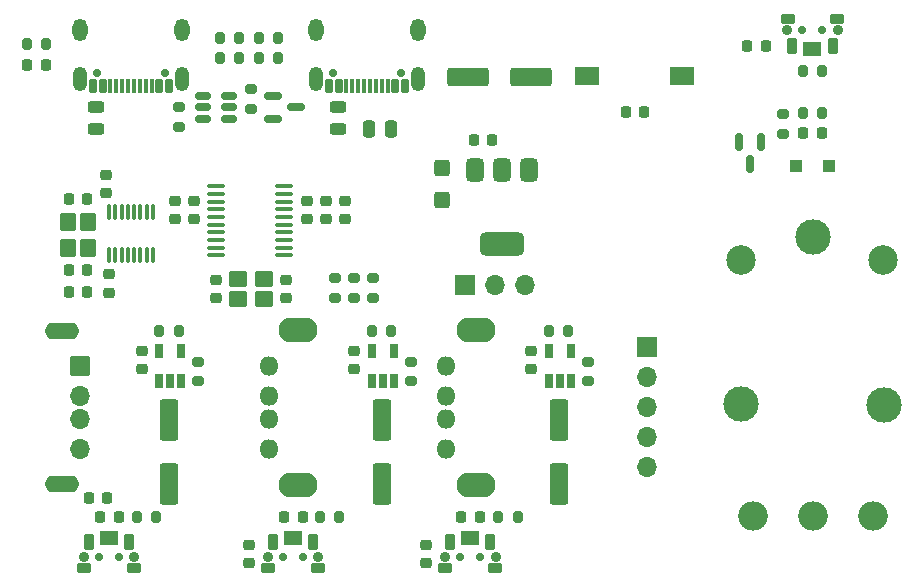
<source format=gts>
G04 #@! TF.GenerationSoftware,KiCad,Pcbnew,8.0.2*
G04 #@! TF.CreationDate,2024-06-10T19:24:07+08:00*
G04 #@! TF.ProjectId,pppc_usb_hub,70707063-5f75-4736-925f-6875622e6b69,Rev3*
G04 #@! TF.SameCoordinates,Original*
G04 #@! TF.FileFunction,Soldermask,Top*
G04 #@! TF.FilePolarity,Negative*
%FSLAX46Y46*%
G04 Gerber Fmt 4.6, Leading zero omitted, Abs format (unit mm)*
G04 Created by KiCad (PCBNEW 8.0.2) date 2024-06-10 19:24:07*
%MOMM*%
%LPD*%
G01*
G04 APERTURE LIST*
G04 Aperture macros list*
%AMRoundRect*
0 Rectangle with rounded corners*
0 $1 Rounding radius*
0 $2 $3 $4 $5 $6 $7 $8 $9 X,Y pos of 4 corners*
0 Add a 4 corners polygon primitive as box body*
4,1,4,$2,$3,$4,$5,$6,$7,$8,$9,$2,$3,0*
0 Add four circle primitives for the rounded corners*
1,1,$1+$1,$2,$3*
1,1,$1+$1,$4,$5*
1,1,$1+$1,$6,$7*
1,1,$1+$1,$8,$9*
0 Add four rect primitives between the rounded corners*
20,1,$1+$1,$2,$3,$4,$5,0*
20,1,$1+$1,$4,$5,$6,$7,0*
20,1,$1+$1,$6,$7,$8,$9,0*
20,1,$1+$1,$8,$9,$2,$3,0*%
G04 Aperture macros list end*
%ADD10RoundRect,0.225000X0.225000X0.250000X-0.225000X0.250000X-0.225000X-0.250000X0.225000X-0.250000X0*%
%ADD11RoundRect,0.200000X0.200000X0.275000X-0.200000X0.275000X-0.200000X-0.275000X0.200000X-0.275000X0*%
%ADD12RoundRect,0.050000X-0.125000X0.600000X-0.125000X-0.600000X0.125000X-0.600000X0.125000X0.600000X0*%
%ADD13RoundRect,0.225000X0.250000X-0.225000X0.250000X0.225000X-0.250000X0.225000X-0.250000X-0.225000X0*%
%ADD14RoundRect,0.050800X-0.300000X0.550000X-0.300000X-0.550000X0.300000X-0.550000X0.300000X0.550000X0*%
%ADD15RoundRect,0.250000X0.300000X0.300000X-0.300000X0.300000X-0.300000X-0.300000X0.300000X-0.300000X0*%
%ADD16RoundRect,0.200000X0.275000X-0.200000X0.275000X0.200000X-0.275000X0.200000X-0.275000X-0.200000X0*%
%ADD17RoundRect,0.200000X-0.275000X0.200000X-0.275000X-0.200000X0.275000X-0.200000X0.275000X0.200000X0*%
%ADD18C,0.700000*%
%ADD19RoundRect,0.050000X0.275000X0.550000X-0.275000X0.550000X-0.275000X-0.550000X0.275000X-0.550000X0*%
%ADD20RoundRect,0.050000X0.150000X0.550000X-0.150000X0.550000X-0.150000X-0.550000X0.150000X-0.550000X0*%
%ADD21O,1.200000X2.100000*%
%ADD22O,1.300000X1.900000*%
%ADD23C,0.900000*%
%ADD24RoundRect,0.050800X-0.350000X-0.600000X0.350000X-0.600000X0.350000X0.600000X-0.350000X0.600000X0*%
%ADD25RoundRect,0.050800X-0.750000X-0.500000X0.750000X-0.500000X0.750000X0.500000X-0.750000X0.500000X0*%
%ADD26RoundRect,0.050800X-0.550000X-0.350000X0.550000X-0.350000X0.550000X0.350000X-0.550000X0.350000X0*%
%ADD27RoundRect,0.218750X-0.218750X-0.256250X0.218750X-0.256250X0.218750X0.256250X-0.218750X0.256250X0*%
%ADD28RoundRect,0.225000X-0.250000X0.225000X-0.250000X-0.225000X0.250000X-0.225000X0.250000X0.225000X0*%
%ADD29RoundRect,0.050000X0.800000X-0.800000X0.800000X0.800000X-0.800000X0.800000X-0.800000X-0.800000X0*%
%ADD30O,1.700000X1.700000*%
%ADD31O,2.900000X1.400000*%
%ADD32RoundRect,0.200000X-0.200000X-0.275000X0.200000X-0.275000X0.200000X0.275000X-0.200000X0.275000X0*%
%ADD33RoundRect,0.050800X-0.600000X0.700000X-0.600000X-0.700000X0.600000X-0.700000X0.600000X0.700000X0*%
%ADD34RoundRect,0.150000X-0.150000X0.587500X-0.150000X-0.587500X0.150000X-0.587500X0.150000X0.587500X0*%
%ADD35RoundRect,0.225000X-0.225000X-0.250000X0.225000X-0.250000X0.225000X0.250000X-0.225000X0.250000X0*%
%ADD36RoundRect,0.150000X-0.512500X-0.150000X0.512500X-0.150000X0.512500X0.150000X-0.512500X0.150000X0*%
%ADD37R,1.700000X1.700000*%
%ADD38RoundRect,0.375000X-0.375000X0.625000X-0.375000X-0.625000X0.375000X-0.625000X0.375000X0.625000X0*%
%ADD39RoundRect,0.500000X-1.400000X0.500000X-1.400000X-0.500000X1.400000X-0.500000X1.400000X0.500000X0*%
%ADD40RoundRect,0.050800X0.950000X0.750000X-0.950000X0.750000X-0.950000X-0.750000X0.950000X-0.750000X0*%
%ADD41C,2.500000*%
%ADD42C,3.000000*%
%ADD43O,3.301600X2.101600*%
%ADD44O,1.625600X1.625600*%
%ADD45RoundRect,0.250000X-1.500000X-0.550000X1.500000X-0.550000X1.500000X0.550000X-1.500000X0.550000X0*%
%ADD46RoundRect,0.150000X-0.587500X-0.150000X0.587500X-0.150000X0.587500X0.150000X-0.587500X0.150000X0*%
%ADD47RoundRect,0.100000X0.637500X0.100000X-0.637500X0.100000X-0.637500X-0.100000X0.637500X-0.100000X0*%
%ADD48RoundRect,0.250000X-0.550000X1.500000X-0.550000X-1.500000X0.550000X-1.500000X0.550000X1.500000X0*%
%ADD49O,2.501600X2.501600*%
%ADD50RoundRect,0.218750X0.218750X0.256250X-0.218750X0.256250X-0.218750X-0.256250X0.218750X-0.256250X0*%
%ADD51RoundRect,0.050800X0.700000X0.600000X-0.700000X0.600000X-0.700000X-0.600000X0.700000X-0.600000X0*%
%ADD52RoundRect,0.250000X0.425000X-0.450000X0.425000X0.450000X-0.425000X0.450000X-0.425000X-0.450000X0*%
%ADD53RoundRect,0.243750X-0.456250X0.243750X-0.456250X-0.243750X0.456250X-0.243750X0.456250X0.243750X0*%
%ADD54RoundRect,0.250000X-0.250000X-0.475000X0.250000X-0.475000X0.250000X0.475000X-0.250000X0.475000X0*%
%ADD55RoundRect,0.050800X0.350000X0.600000X-0.350000X0.600000X-0.350000X-0.600000X0.350000X-0.600000X0*%
%ADD56RoundRect,0.050800X0.750000X0.500000X-0.750000X0.500000X-0.750000X-0.500000X0.750000X-0.500000X0*%
%ADD57RoundRect,0.050800X0.550000X0.350000X-0.550000X0.350000X-0.550000X-0.350000X0.550000X-0.350000X0*%
G04 APERTURE END LIST*
D10*
X173850000Y-83963500D03*
X172300000Y-83963500D03*
D11*
X137725000Y-123900000D03*
X136075000Y-123900000D03*
D12*
X121955000Y-98099900D03*
X121424900Y-98099900D03*
X120895000Y-98099900D03*
X120364900Y-98099900D03*
X119835100Y-98099900D03*
X119305000Y-98099900D03*
X118774900Y-98099900D03*
X118245000Y-98099900D03*
X118245000Y-101700100D03*
X118774900Y-101700100D03*
X119305000Y-101700100D03*
X119835100Y-101700100D03*
X120364900Y-101700100D03*
X120895000Y-101700100D03*
X121424900Y-101700100D03*
X121955000Y-101700100D03*
D13*
X138200000Y-98675000D03*
X138200000Y-97125000D03*
D11*
X132574000Y-83300000D03*
X130924000Y-83300000D03*
D14*
X140488000Y-112399900D03*
X141438000Y-112399900D03*
X142388000Y-112399900D03*
X142388000Y-109799700D03*
X140488000Y-109799700D03*
D11*
X152850000Y-123900000D03*
X151200000Y-123900000D03*
D13*
X136600000Y-98675000D03*
X136600000Y-97125000D03*
D15*
X179197500Y-94200000D03*
X176397500Y-94200000D03*
D10*
X163525000Y-89600000D03*
X161975000Y-89600000D03*
D16*
X125800000Y-112399900D03*
X125800000Y-110749900D03*
D17*
X140600000Y-105325000D03*
X140600000Y-103675000D03*
D11*
X124135500Y-108100000D03*
X122485500Y-108100000D03*
D10*
X116375000Y-104800000D03*
X114825000Y-104800000D03*
D18*
X122988900Y-86293400D03*
X117208900Y-86293400D03*
D19*
X123299000Y-87363500D03*
X122498900Y-87363500D03*
D20*
X121848900Y-87363500D03*
X121348800Y-87363500D03*
X120848900Y-87363500D03*
X120349100Y-87363500D03*
X119848900Y-87363500D03*
X119349100Y-87363500D03*
X118848900Y-87363500D03*
X118348800Y-87363500D03*
D19*
X117698800Y-87363500D03*
X116899000Y-87363500D03*
D21*
X124424000Y-86813600D03*
D22*
X124424000Y-82613500D03*
D21*
X115774000Y-86813600D03*
D22*
X115774000Y-82613500D03*
D11*
X132574000Y-85000000D03*
X130924000Y-85000000D03*
D14*
X122474500Y-112399900D03*
X123424500Y-112399900D03*
X124374500Y-112399900D03*
X124374500Y-109799700D03*
X122474500Y-109799700D03*
D23*
X116100000Y-127275000D03*
D18*
X117400000Y-127275000D03*
X119100000Y-127275000D03*
D23*
X120400000Y-127275000D03*
D24*
X116549900Y-125975000D03*
X119949900Y-125975000D03*
D25*
X118249900Y-125675000D03*
D26*
X116149800Y-128225000D03*
X120350000Y-128225000D03*
D27*
X117482400Y-123900000D03*
X119057400Y-123900000D03*
D17*
X124200000Y-89175000D03*
X124200000Y-90825000D03*
D28*
X154000000Y-109799700D03*
X154000000Y-111349700D03*
D14*
X155488000Y-112399900D03*
X156438000Y-112399900D03*
X157388000Y-112399900D03*
X157388000Y-109799700D03*
X155488000Y-109799700D03*
D29*
X115774000Y-111099900D03*
D30*
X115774000Y-113600000D03*
X115774000Y-115600000D03*
X115774000Y-118099900D03*
D31*
X114273800Y-108150000D03*
X114273800Y-121049800D03*
D32*
X127624000Y-83300000D03*
X129274000Y-83300000D03*
D33*
X114732784Y-98926800D03*
X114732784Y-101127000D03*
X116482784Y-101127000D03*
X116482784Y-98926800D03*
D17*
X139000000Y-105325000D03*
X139000000Y-103675000D03*
D34*
X173450000Y-92125000D03*
X171550000Y-92125000D03*
X172500000Y-94000000D03*
D11*
X112937500Y-83800000D03*
X111287500Y-83800000D03*
D16*
X175300000Y-91425000D03*
X175300000Y-89775000D03*
D35*
X149125000Y-92000000D03*
X150675000Y-92000000D03*
D11*
X122225000Y-123900000D03*
X120575000Y-123900000D03*
D16*
X143800000Y-112399900D03*
X143800000Y-110749900D03*
D36*
X126162500Y-88250000D03*
X126162500Y-89200000D03*
X126162500Y-90150000D03*
X128437500Y-90150000D03*
X128437500Y-89200000D03*
X128437500Y-88250000D03*
D10*
X116375000Y-103000000D03*
X114825000Y-103000000D03*
D28*
X145100000Y-126225000D03*
X145100000Y-127775000D03*
D37*
X163800000Y-109480000D03*
D30*
X163800000Y-112020000D03*
X163800000Y-114560000D03*
X163800000Y-117100000D03*
X163800000Y-119640000D03*
D38*
X153800000Y-94500000D03*
X151500000Y-94500000D03*
D39*
X151500000Y-100800000D03*
D38*
X149200000Y-94500000D03*
D40*
X166750000Y-86550000D03*
X158750000Y-86550000D03*
D41*
X183770000Y-102150000D03*
D42*
X183820000Y-114400000D03*
X171770000Y-114350000D03*
D41*
X171770000Y-102150000D03*
D42*
X177820000Y-100200000D03*
D43*
X134273800Y-108029900D03*
X134273800Y-121169900D03*
D44*
X131773600Y-111099800D03*
X131773600Y-113599100D03*
X131773600Y-115600700D03*
X131773600Y-118100000D03*
D45*
X148600000Y-86600000D03*
X154000000Y-86600000D03*
D46*
X132162500Y-88250000D03*
X132162500Y-90150000D03*
X134037500Y-89200000D03*
D28*
X121000000Y-109799700D03*
X121000000Y-111349700D03*
X130100000Y-126225000D03*
X130100000Y-127775000D03*
D13*
X127300000Y-105375000D03*
X127300000Y-103825000D03*
D27*
X133056500Y-123900000D03*
X134631500Y-123900000D03*
D28*
X133200000Y-103825000D03*
X133200000Y-105375000D03*
D47*
X133062500Y-101725000D03*
X133062500Y-101075000D03*
X133062500Y-100425000D03*
X133062500Y-99775000D03*
X133062500Y-99125000D03*
X133062500Y-98475000D03*
X133062500Y-97825000D03*
X133062500Y-97175000D03*
X133062500Y-96525000D03*
X133062500Y-95875000D03*
X127337500Y-95875000D03*
X127337500Y-96525000D03*
X127337500Y-97175000D03*
X127337500Y-97825000D03*
X127337500Y-98475000D03*
X127337500Y-99125000D03*
X127337500Y-99775000D03*
X127337500Y-100425000D03*
X127337500Y-101075000D03*
X127337500Y-101725000D03*
D28*
X139000000Y-109799700D03*
X139000000Y-111349700D03*
D48*
X156324000Y-115699900D03*
X156324000Y-121099900D03*
D49*
X172740000Y-123800000D03*
X177820000Y-123800000D03*
X182900000Y-123800000D03*
D35*
X114825000Y-97000000D03*
X116375000Y-97000000D03*
D11*
X142125000Y-108100000D03*
X140475000Y-108100000D03*
D44*
X146773600Y-118100000D03*
X146773600Y-115600700D03*
X146773600Y-113599100D03*
X146773600Y-111099800D03*
D43*
X149273800Y-121169900D03*
X149273800Y-108029900D03*
D11*
X157125000Y-108100000D03*
X155475000Y-108100000D03*
X178645000Y-89700000D03*
X176995000Y-89700000D03*
D50*
X112887500Y-85600000D03*
X111312500Y-85600000D03*
D13*
X125400000Y-98675000D03*
X125400000Y-97125000D03*
D23*
X146674100Y-127275000D03*
D18*
X147974100Y-127275000D03*
X149674100Y-127275000D03*
D23*
X150974100Y-127275000D03*
D24*
X147124000Y-125975000D03*
X150524000Y-125975000D03*
D25*
X148824000Y-125675000D03*
D26*
X146723900Y-128225000D03*
X150924100Y-128225000D03*
D51*
X131360700Y-103700000D03*
X129160500Y-103700000D03*
X129160500Y-105450000D03*
X131360700Y-105450000D03*
D52*
X146400000Y-97050000D03*
X146400000Y-94350000D03*
D16*
X130265000Y-89325000D03*
X130265000Y-87675000D03*
D32*
X127624000Y-85000000D03*
X129274000Y-85000000D03*
D48*
X123310500Y-115699900D03*
X123310500Y-121099900D03*
D50*
X178587500Y-91400000D03*
X177012500Y-91400000D03*
D27*
X148056500Y-123900000D03*
X149631500Y-123900000D03*
D18*
X142988900Y-86293400D03*
X137208900Y-86293400D03*
D19*
X143299000Y-87363500D03*
X142498900Y-87363500D03*
D20*
X141848900Y-87363500D03*
X141348800Y-87363500D03*
X140848900Y-87363500D03*
X140349100Y-87363500D03*
X139848900Y-87363500D03*
X139349100Y-87363500D03*
X138848900Y-87363500D03*
X138348800Y-87363500D03*
D19*
X137698800Y-87363500D03*
X136899000Y-87363500D03*
D21*
X144424000Y-86813600D03*
D22*
X144424000Y-82613500D03*
D21*
X135774000Y-86813600D03*
D22*
X135774000Y-82613500D03*
D53*
X117100000Y-89162500D03*
X117100000Y-91037500D03*
D54*
X140250000Y-91037500D03*
X142150000Y-91037500D03*
D11*
X178625000Y-86100000D03*
X176975000Y-86100000D03*
D28*
X118200000Y-103325000D03*
X118200000Y-104875000D03*
D13*
X135000000Y-98675000D03*
X135000000Y-97125000D03*
D37*
X148420000Y-104200000D03*
D30*
X150960000Y-104200000D03*
X153500000Y-104200000D03*
D23*
X179949900Y-82663500D03*
D18*
X178649900Y-82663500D03*
X176949900Y-82663500D03*
D23*
X175649900Y-82663500D03*
D55*
X179500000Y-83963500D03*
X176100000Y-83963500D03*
D56*
X177800000Y-84263500D03*
D57*
X179900100Y-81713500D03*
X175699900Y-81713500D03*
D16*
X158800000Y-112399900D03*
X158800000Y-110749900D03*
D35*
X116525000Y-122300000D03*
X118075000Y-122300000D03*
D13*
X123800000Y-98675000D03*
X123800000Y-97125000D03*
D48*
X141324000Y-115699900D03*
X141324000Y-121099900D03*
D17*
X137400000Y-105325000D03*
X137400000Y-103675000D03*
D53*
X137600000Y-89162500D03*
X137600000Y-91037500D03*
D13*
X118000000Y-96475000D03*
X118000000Y-94925000D03*
D23*
X131674100Y-127275000D03*
D18*
X132974100Y-127275000D03*
X134674100Y-127275000D03*
D23*
X135974100Y-127275000D03*
D24*
X132124000Y-125975000D03*
X135524000Y-125975000D03*
D25*
X133824000Y-125675000D03*
D26*
X131723900Y-128225000D03*
X135924100Y-128225000D03*
M02*

</source>
